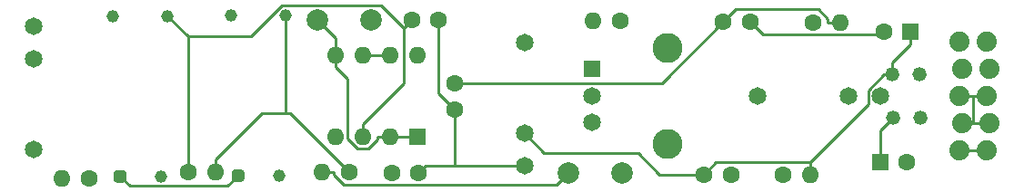
<source format=gtl>
G04 #@! TF.GenerationSoftware,KiCad,Pcbnew,5.1.4-e60b266~84~ubuntu18.04.1*
G04 #@! TF.CreationDate,2019-10-14T20:54:47+01:00*
G04 #@! TF.ProjectId,vcsk,7663736b-2e6b-4696-9361-645f70636258,rev?*
G04 #@! TF.SameCoordinates,Original*
G04 #@! TF.FileFunction,Copper,L1,Top*
G04 #@! TF.FilePolarity,Positive*
%FSLAX46Y46*%
G04 Gerber Fmt 4.6, Leading zero omitted, Abs format (unit mm)*
G04 Created by KiCad (PCBNEW 5.1.4-e60b266~84~ubuntu18.04.1) date 2019-10-14 20:54:47*
%MOMM*%
%LPD*%
G04 APERTURE LIST*
%ADD10C,1.150000*%
%ADD11C,0.100000*%
%ADD12C,1.600000*%
%ADD13R,1.600000X1.600000*%
%ADD14O,1.600000X1.600000*%
%ADD15C,2.000000*%
%ADD16C,1.320800*%
%ADD17C,1.650000*%
%ADD18C,2.794000*%
%ADD19R,1.650000X1.650000*%
%ADD20C,1.879600*%
%ADD21C,0.250000*%
G04 APERTURE END LIST*
D10*
X117363000Y-112202000D03*
X118003000Y-97202000D03*
X112923000Y-97202000D03*
D11*
G36*
X113878680Y-111628384D02*
G01*
X113906588Y-111632524D01*
X113933957Y-111639380D01*
X113960521Y-111648885D01*
X113986027Y-111660948D01*
X114010226Y-111675452D01*
X114032888Y-111692259D01*
X114053793Y-111711207D01*
X114072741Y-111732112D01*
X114089548Y-111754774D01*
X114104052Y-111778973D01*
X114116115Y-111804479D01*
X114125620Y-111831043D01*
X114132476Y-111858412D01*
X114136616Y-111886320D01*
X114138000Y-111914500D01*
X114138000Y-112489500D01*
X114136616Y-112517680D01*
X114132476Y-112545588D01*
X114125620Y-112572957D01*
X114116115Y-112599521D01*
X114104052Y-112625027D01*
X114089548Y-112649226D01*
X114072741Y-112671888D01*
X114053793Y-112692793D01*
X114032888Y-112711741D01*
X114010226Y-112728548D01*
X113986027Y-112743052D01*
X113960521Y-112755115D01*
X113933957Y-112764620D01*
X113906588Y-112771476D01*
X113878680Y-112775616D01*
X113850500Y-112777000D01*
X113275500Y-112777000D01*
X113247320Y-112775616D01*
X113219412Y-112771476D01*
X113192043Y-112764620D01*
X113165479Y-112755115D01*
X113139973Y-112743052D01*
X113115774Y-112728548D01*
X113093112Y-112711741D01*
X113072207Y-112692793D01*
X113053259Y-112671888D01*
X113036452Y-112649226D01*
X113021948Y-112625027D01*
X113009885Y-112599521D01*
X113000380Y-112572957D01*
X112993524Y-112545588D01*
X112989384Y-112517680D01*
X112988000Y-112489500D01*
X112988000Y-111914500D01*
X112989384Y-111886320D01*
X112993524Y-111858412D01*
X113000380Y-111831043D01*
X113009885Y-111804479D01*
X113021948Y-111778973D01*
X113036452Y-111754774D01*
X113053259Y-111732112D01*
X113072207Y-111711207D01*
X113093112Y-111692259D01*
X113115774Y-111675452D01*
X113139973Y-111660948D01*
X113165479Y-111648885D01*
X113192043Y-111639380D01*
X113219412Y-111632524D01*
X113247320Y-111628384D01*
X113275500Y-111627000D01*
X113850500Y-111627000D01*
X113878680Y-111628384D01*
X113878680Y-111628384D01*
G37*
D10*
X113563000Y-112202000D03*
X128351000Y-112126000D03*
X128991000Y-97126000D03*
X123911000Y-97126000D03*
D11*
G36*
X124866680Y-111552384D02*
G01*
X124894588Y-111556524D01*
X124921957Y-111563380D01*
X124948521Y-111572885D01*
X124974027Y-111584948D01*
X124998226Y-111599452D01*
X125020888Y-111616259D01*
X125041793Y-111635207D01*
X125060741Y-111656112D01*
X125077548Y-111678774D01*
X125092052Y-111702973D01*
X125104115Y-111728479D01*
X125113620Y-111755043D01*
X125120476Y-111782412D01*
X125124616Y-111810320D01*
X125126000Y-111838500D01*
X125126000Y-112413500D01*
X125124616Y-112441680D01*
X125120476Y-112469588D01*
X125113620Y-112496957D01*
X125104115Y-112523521D01*
X125092052Y-112549027D01*
X125077548Y-112573226D01*
X125060741Y-112595888D01*
X125041793Y-112616793D01*
X125020888Y-112635741D01*
X124998226Y-112652548D01*
X124974027Y-112667052D01*
X124948521Y-112679115D01*
X124921957Y-112688620D01*
X124894588Y-112695476D01*
X124866680Y-112699616D01*
X124838500Y-112701000D01*
X124263500Y-112701000D01*
X124235320Y-112699616D01*
X124207412Y-112695476D01*
X124180043Y-112688620D01*
X124153479Y-112679115D01*
X124127973Y-112667052D01*
X124103774Y-112652548D01*
X124081112Y-112635741D01*
X124060207Y-112616793D01*
X124041259Y-112595888D01*
X124024452Y-112573226D01*
X124009948Y-112549027D01*
X123997885Y-112523521D01*
X123988380Y-112496957D01*
X123981524Y-112469588D01*
X123977384Y-112441680D01*
X123976000Y-112413500D01*
X123976000Y-111838500D01*
X123977384Y-111810320D01*
X123981524Y-111782412D01*
X123988380Y-111755043D01*
X123997885Y-111728479D01*
X124009948Y-111702973D01*
X124024452Y-111678774D01*
X124041259Y-111656112D01*
X124060207Y-111635207D01*
X124081112Y-111616259D01*
X124103774Y-111599452D01*
X124127973Y-111584948D01*
X124153479Y-111572885D01*
X124180043Y-111563380D01*
X124207412Y-111556524D01*
X124235320Y-111552384D01*
X124263500Y-111551000D01*
X124838500Y-111551000D01*
X124866680Y-111552384D01*
X124866680Y-111552384D01*
G37*
D10*
X124551000Y-112126000D03*
D12*
X186840000Y-110880000D03*
D13*
X184340000Y-110880000D03*
D12*
X184650000Y-98700000D03*
D13*
X187150000Y-98700000D03*
D12*
X140716000Y-97536000D03*
X143216000Y-97536000D03*
D14*
X122428000Y-111760000D03*
D12*
X119888000Y-111760000D03*
X134874000Y-111760000D03*
D14*
X132334000Y-111760000D03*
X141224000Y-100838000D03*
X133604000Y-108458000D03*
X138684000Y-100838000D03*
X136144000Y-108458000D03*
X136144000Y-100838000D03*
X138684000Y-108458000D03*
X133604000Y-100838000D03*
D13*
X141224000Y-108458000D03*
D14*
X177800000Y-112014000D03*
D12*
X175260000Y-112014000D03*
D14*
X180594000Y-97790000D03*
D12*
X178054000Y-97790000D03*
D14*
X108110000Y-112398000D03*
D12*
X110650000Y-112398000D03*
D14*
X157582000Y-97673200D03*
D12*
X160122000Y-97673200D03*
D15*
X131906000Y-97536000D03*
X136906000Y-97536000D03*
X155340000Y-111846000D03*
X160340000Y-111846000D03*
D12*
X138856000Y-111872000D03*
X141356000Y-111872000D03*
X144742000Y-103469000D03*
X144742000Y-105969000D03*
X167934000Y-112014000D03*
X170434000Y-112014000D03*
X172240000Y-97740000D03*
X169740000Y-97740000D03*
D16*
X185410000Y-102640000D03*
X187950000Y-102640000D03*
X185510000Y-106750000D03*
X188050000Y-106750000D03*
D17*
X105486000Y-98181000D03*
X105486000Y-101181000D03*
X105486000Y-109681000D03*
D18*
X164541000Y-100181000D03*
X164541000Y-109181000D03*
D17*
X157541000Y-107181000D03*
X157541000Y-104681000D03*
D19*
X157541000Y-102181000D03*
D17*
X151206000Y-111181000D03*
X151206000Y-108181000D03*
X151206000Y-99681000D03*
X184376000Y-104681000D03*
X181376000Y-104681000D03*
X172876000Y-104681000D03*
D20*
X191719000Y-109761000D03*
X191973000Y-107221000D03*
X191719000Y-104681000D03*
X191973000Y-102141000D03*
X191719000Y-99601000D03*
X194259000Y-109761000D03*
X194513000Y-107221000D03*
X194259000Y-104681000D03*
X194513000Y-102141000D03*
X194259000Y-99601000D03*
D21*
X124551000Y-112126000D02*
X123572600Y-113104400D01*
X123572600Y-113104400D02*
X114465400Y-113104400D01*
X114465400Y-113104400D02*
X113563000Y-112202000D01*
X144742000Y-111181000D02*
X142047000Y-111181000D01*
X142047000Y-111181000D02*
X141356000Y-111872000D01*
X151206000Y-111181000D02*
X144742000Y-111181000D01*
X144742000Y-111181000D02*
X144742000Y-105969000D01*
X192989000Y-104681000D02*
X191719000Y-104681000D01*
X194259000Y-104681000D02*
X192989000Y-104681000D01*
X192989000Y-107221000D02*
X191973000Y-107221000D01*
X194513000Y-107221000D02*
X192989000Y-107221000D01*
X192989000Y-104681000D02*
X192989000Y-107221000D01*
X184650000Y-98700000D02*
X184384900Y-98965100D01*
X184384900Y-98965100D02*
X173465100Y-98965100D01*
X173465100Y-98965100D02*
X172240000Y-97740000D01*
X185510000Y-106750000D02*
X184340000Y-107920000D01*
X184340000Y-107920000D02*
X184340000Y-110880000D01*
X144742000Y-105969000D02*
X143216000Y-104443000D01*
X143216000Y-104443000D02*
X143216000Y-97536000D01*
X167934000Y-112014000D02*
X169059300Y-110888700D01*
X169059300Y-110888700D02*
X177800000Y-110888700D01*
X167934000Y-112014000D02*
X163774700Y-112014000D01*
X163774700Y-112014000D02*
X161791300Y-110030600D01*
X161791300Y-110030600D02*
X153055600Y-110030600D01*
X153055600Y-110030600D02*
X151206000Y-108181000D01*
X185410000Y-102640000D02*
X184722000Y-102640000D01*
X184722000Y-102640000D02*
X183214600Y-104147400D01*
X183214600Y-104147400D02*
X183214600Y-105474100D01*
X183214600Y-105474100D02*
X177800000Y-110888700D01*
X185410000Y-102640000D02*
X185410000Y-101565300D01*
X185410000Y-101565300D02*
X187150000Y-99825300D01*
X177800000Y-112014000D02*
X177800000Y-110888700D01*
X187150000Y-98700000D02*
X187150000Y-99825300D01*
X180594000Y-97790000D02*
X179468700Y-97790000D01*
X169740000Y-97740000D02*
X170885200Y-96594800D01*
X170885200Y-96594800D02*
X178554800Y-96594800D01*
X178554800Y-96594800D02*
X179468700Y-97508700D01*
X179468700Y-97508700D02*
X179468700Y-97790000D01*
X144742000Y-103469000D02*
X164011000Y-103469000D01*
X164011000Y-103469000D02*
X169740000Y-97740000D01*
X138684000Y-108458000D02*
X137558700Y-108458000D01*
X133604000Y-100838000D02*
X133604000Y-101963300D01*
X133604000Y-101963300D02*
X134729300Y-103088600D01*
X134729300Y-103088600D02*
X134729300Y-108640800D01*
X134729300Y-108640800D02*
X135671800Y-109583300D01*
X135671800Y-109583300D02*
X136714800Y-109583300D01*
X136714800Y-109583300D02*
X137558700Y-108739400D01*
X137558700Y-108739400D02*
X137558700Y-108458000D01*
X131906000Y-97536000D02*
X133604000Y-99234000D01*
X133604000Y-99234000D02*
X133604000Y-100838000D01*
X141224000Y-108458000D02*
X138684000Y-108458000D01*
X136144000Y-100838000D02*
X138684000Y-100838000D01*
X128991000Y-106253000D02*
X126809700Y-106253000D01*
X126809700Y-106253000D02*
X122428000Y-110634700D01*
X134874000Y-111760000D02*
X129367000Y-106253000D01*
X129367000Y-106253000D02*
X128991000Y-106253000D01*
X128991000Y-106253000D02*
X128991000Y-97126000D01*
X122428000Y-111760000D02*
X122428000Y-110634700D01*
X194259000Y-109761000D02*
X191719000Y-109761000D01*
X132334000Y-111760000D02*
X133459300Y-111760000D01*
X155340000Y-111846000D02*
X154179200Y-113006800D01*
X154179200Y-113006800D02*
X134424800Y-113006800D01*
X134424800Y-113006800D02*
X133459300Y-112041300D01*
X133459300Y-112041300D02*
X133459300Y-111760000D01*
X139954000Y-98298000D02*
X140716000Y-97536000D01*
X136144000Y-107332700D02*
X139954000Y-103522700D01*
X139954000Y-103522700D02*
X139954000Y-98298000D01*
X119888000Y-99087000D02*
X125747300Y-99087000D01*
X125747300Y-99087000D02*
X128625800Y-96208500D01*
X128625800Y-96208500D02*
X137864500Y-96208500D01*
X137864500Y-96208500D02*
X139954000Y-98298000D01*
X119888000Y-99087000D02*
X118003000Y-97202000D01*
X119888000Y-111760000D02*
X119888000Y-99087000D01*
X136144000Y-108458000D02*
X136144000Y-107332700D01*
M02*

</source>
